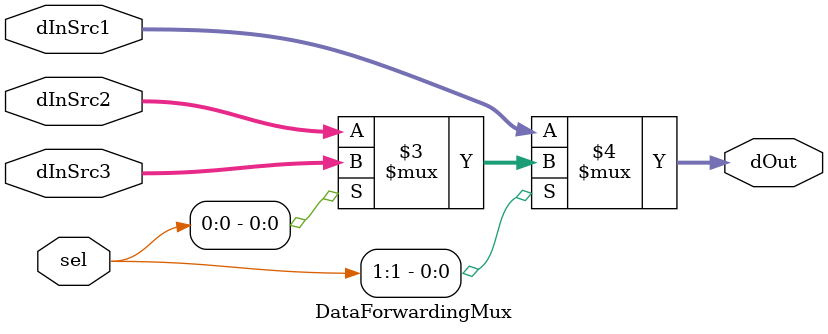
<source format=v>

module DataForwardingMux(sel, dInSrc1, dInSrc2, dInSrc3, dOut);
	parameter BIT_WIDTH = 32;
	
	input [1 : 0] sel;
	input [BIT_WIDTH - 1 : 0] dInSrc1, dInSrc2, dInSrc3;
	output [BIT_WIDTH - 1 : 0] dOut;
  
	assign dOut = (sel[1] == 0) ? dInSrc1 :
						(sel[0]== 0) ? dInSrc2 :
											dInSrc3;
endmodule

</source>
